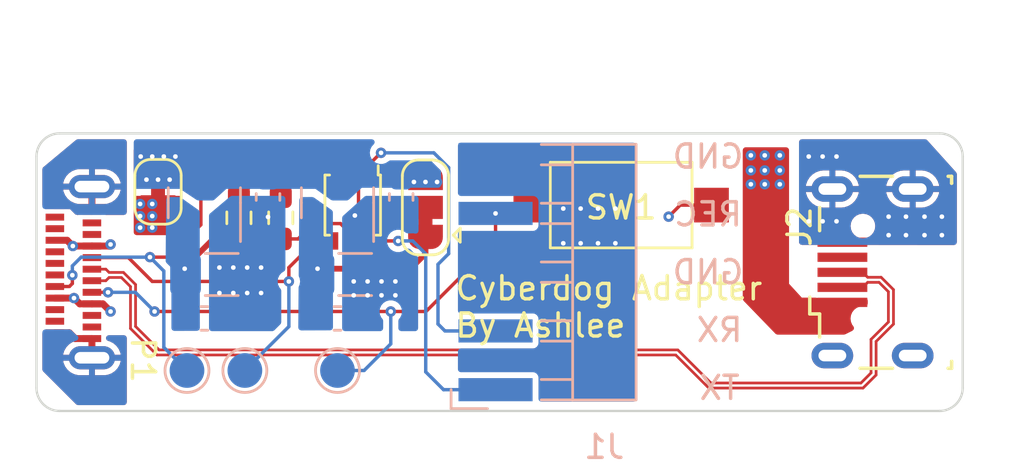
<source format=kicad_pcb>
(kicad_pcb (version 20211014) (generator pcbnew)
  (layers (0 "F.Cu" signal) (1 "In1.Cu" power) (2 "In2.Cu" power) (31 "B.Cu" signal) (34 "B.Paste" user) (35 "F.Paste" user) (36 "B.SilkS" user "B.Silkscreen") (37 "F.SilkS" user "F.Silkscreen") (38 "B.Mask" user) (39 "F.Mask" user) (44 "Edge.Cuts" user))
  (net 0 "")
  (net 1 "/VBUS")
  (net 2 "GND")
  (net 3 "+1V8")
  (net 4 "+3V3")
  (net 5 "/DP")
  (net 6 "/DN")
  (net 7 "/TX_1V8")
  (net 8 "/RX_1V8")
  (net 9 "/TX_3V3")
  (net 10 "/RX_3V3")
  (net 12 "Net-(JP3-Pad2)")
  (net 13 "Net-(R1-Pad1)")
  (net 14 "/CC")
  (net 15 "Net-(JP1-Pad1)")
  (footprint "Button_Switch_SMD:SW_SPST_CK_RS282G05A3" (layer "F.Cu") (at 124.25 89.6)
    (fp_text reference "SW1" (at 0 0.1) (layer "F.SilkS"))
    (fp_text value "SW_Push")
    (fp_line (start 3.06 1.85) (end -3.06 1.85) (layer "F.SilkS") (width 0.12))
    (fp_line (start -3.06 1.85) (end -3.06 -1.85) (layer "F.SilkS") (width 0.12))
    (fp_line (start -3.06 -1.85) (end 3.06 -1.85) (layer "F.SilkS") (width 0.12))
    (fp_line (start 3.06 -1.85) (end 3.06 1.85) (layer "F.SilkS") (width 0.12))
    (pad "1" smd rect locked (at -3.9 0) (size 1.5 1.5) (layers "F.Cu" "F.Paste" "F.Mask") (net 14 "/CC"))
    (pad "2" smd rect locked (at 3.9 0) (size 1.5 1.5) (layers "F.Cu" "F.Paste" "F.Mask") (net 2 "GND"))
  )
  (footprint "Jumper:SolderJumper-3_P1.3mm_Bridged12_RoundedPad1.0x1.5mm" (layer "F.Cu") (at 115.8 89.7 90)
    (fp_text reference "JP3" hide)
    (fp_text value "SolderJumper_2_Open")
    (fp_poly (pts (xy -0.9 -0.3) (xy -0.4 -0.3) (xy -0.4 0.3) (xy -0.9 0.3)) (layer "F.Cu") (width 0) (fill solid))
    (fp_line (start -1.4 -1) (end 1.4 -1) (layer "F.SilkS") (width 0.12))
    (fp_line (start -2.05 0.3) (end -2.05 -0.3) (layer "F.SilkS") (width 0.12))
    (fp_line (start -1.2 1.2) (end -1.5 1.5) (layer "F.SilkS") (width 0.12))
    (fp_line (start 1.4 1) (end -1.4 1) (layer "F.SilkS") (width 0.12))
    (fp_line (start 2.05 -0.3) (end 2.05 0.3) (layer "F.SilkS") (width 0.12))
    (fp_line (start -1.5 1.5) (end -0.9 1.5) (layer "F.SilkS") (width 0.12))
    (fp_line (start -1.2 1.2) (end -0.9 1.5) (layer "F.SilkS") (width 0.12))
    (fp_arc (start -1.35 1) (mid -1.844975 0.794975) (end -2.05 0.3) (layer "F.SilkS") (width 0.12))
    (fp_arc (start -2.05 -0.3) (mid -1.844975 -0.794975) (end -1.35 -1) (layer "F.SilkS") (width 0.12))
    (fp_arc (start 2.05 0.3) (mid 1.844975 0.794975) (end 1.35 1) (layer "F.SilkS") (width 0.12))
    (fp_arc (start 1.35 -1) (mid 1.844975 -0.794975) (end 2.05 -0.3) (layer "F.SilkS") (width 0.12))
    (pad "1" smd custom locked (at -1.3 0 90) (size 1 0.5) (layers "F.Cu" "F.Mask") (net 4 "+3V3") (options (clearance outline) (anchor rect)) (primitives (gr_circle (center 0 0.25) (end 0.5 0.25) (width 0) (fill yes)) (gr_circle (center 0 -0.25) (end 0.5 -0.25) (width 0) (fill yes)) (gr_poly (pts (xy 0.55 0.75) (xy 0 0.75) (xy 0 -0.75) (xy 0.55 -0.75)) (width 0) (fill yes))))
    (pad "2" smd rect locked (at 0 0 90) (size 1 1.5) (layers "F.Cu" "F.Mask") (net 12 "Net-(JP3-Pad2)"))
    (pad "3" smd custom locked (at 1.3 0 90) (size 1 0.5) (layers "F.Cu" "F.Mask") (net 1 "/VBUS") (options (clearance outline) (anchor rect)) (primitives (gr_circle (center 0 0.25) (end 0.5 0.25) (width 0) (fill yes)) (gr_circle (center 0 -0.25) (end 0.5 -0.25) (width 0) (fill yes)) (gr_poly (pts (xy 0 0.75) (xy -0.55 0.75) (xy -0.55 -0.75) (xy 0 -0.75)) (width 0) (fill yes))))
  )
  (footprint "Resistor_SMD:R_0603_1608Metric_Pad0.98x0.95mm_HandSolder" (layer "F.Cu") (at 107.7425 90.15 -90)
    (fp_text reference "R2" hide)
    (fp_text value "20K")
    (fp_line (start -0.254724 -0.5225) (end 0.254724 -0.5225) (layer "F.SilkS") (width 0.12))
    (fp_line (start -0.254724 0.5225) (end 0.254724 0.5225) (layer "F.SilkS") (width 0.12))
    (pad "1" smd roundrect locked (at -0.9125 0 270) (size 0.975 0.95) (layers "F.Cu" "F.Paste" "F.Mask") (net 3 "+1V8"))
    (pad "2" smd roundrect locked (at 0.9125 0 270) (size 0.975 0.95) (layers "F.Cu" "F.Paste" "F.Mask") (net 13 "Net-(R1-Pad1)"))
  )
  (footprint "Resistor_SMD:R_0603_1608Metric_Pad0.98x0.95mm_HandSolder" (layer "F.Cu") (at 109.55 90.15 90)
    (fp_text reference "R1" hide)
    (fp_text value "1M")
    (fp_line (start -0.254724 0.5225) (end 0.254724 0.5225) (layer "F.SilkS") (width 0.12))
    (fp_line (start -0.254724 -0.5225) (end 0.254724 -0.5225) (layer "F.SilkS") (width 0.12))
    (pad "1" smd roundrect locked (at -0.9125 0 90) (size 0.975 0.95) (layers "F.Cu" "F.Paste" "F.Mask") (net 13 "Net-(R1-Pad1)"))
    (pad "2" smd roundrect locked (at 0.9125 0 90) (size 0.975 0.95) (layers "F.Cu" "F.Paste" "F.Mask") (net 2 "GND"))
  )
  (footprint "Library:TYPE-C-31-G-08" (layer "F.Cu") (at 98.995 92.5 -90)
    (fp_text reference "P1" (at 3.8 -4.605 -90 unlocked) (layer "F.SilkS"))
    (fp_text value "USB_C_Plug")
    (pad "A1" smd rect (at 2.87 -2.4 270) (size 0.3 0.8) (layers "F.Cu" "F.Paste" "F.Mask") (net 2 "GND"))
    (pad "A2" smd rect (at 2.37 -2.4 270) (size 0.3 0.8) (layers "F.Cu" "F.Paste" "F.Mask"))
    (pad "A3" smd rect (at 1.87 -2.4 270) (size 0.3 0.8) (layers "F.Cu" "F.Paste" "F.Mask"))
    (pad "A4" smd rect (at 1.37 -2.4 270) (size 0.3 0.8) (layers "F.Cu" "F.Paste" "F.Mask") (net 15 "Net-(JP1-Pad1)"))
    (pad "A5" smd rect (at 0.87 -2.4 270) (size 0.3 0.8) (layers "F.Cu" "F.Paste" "F.Mask") (net 14 "/CC"))
    (pad "A6" smd rect (at 0.37 -2.4 270) (size 0.3 0.8) (layers "F.Cu" "F.Paste" "F.Mask") (net 5 "/DP"))
    (pad "A7" smd rect (at -0.13 -2.4 270) (size 0.3 0.8) (layers "F.Cu" "F.Paste" "F.Mask") (net 6 "/DN"))
    (pad "A8" smd rect (at -0.63 -2.4 270) (size 0.3 0.8) (layers "F.Cu" "F.Paste" "F.Mask") (net 7 "/TX_1V8"))
    (pad "A9" smd rect (at -1.13 -2.4 270) (size 0.3 0.8) (layers "F.Cu" "F.Paste" "F.Mask") (net 15 "Net-(JP1-Pad1)"))
    (pad "A10" smd rect (at -1.63 -2.4 270) (size 0.3 0.8) (layers "F.Cu" "F.Paste" "F.Mask"))
    (pad "A11" smd rect (at -2.13 -2.4 270) (size 0.3 0.8) (layers "F.Cu" "F.Paste" "F.Mask"))
    (pad "A12" smd rect (at -2.63 -2.4 270) (size 0.3 0.8) (layers "F.Cu" "F.Paste" "F.Mask") (net 2 "GND"))
    (pad "B1" smd rect (at -2.88 -0.8 270) (size 0.3 0.8) (layers "F.Cu" "F.Paste" "F.Mask") (net 2 "GND"))
    (pad "B2" smd rect (at -2.38 -0.8 270) (size 0.3 0.8) (layers "F.Cu" "F.Paste" "F.Mask"))
    (pad "B3" smd rect (at -1.88 -0.8 270) (size 0.3 0.8) (layers "F.Cu" "F.Paste" "F.Mask"))
    (pad "B4" smd rect (at -1.38 -0.8 270) (size 0.3 0.8) (layers "F.Cu" "F.Paste" "F.Mask") (net 15 "Net-(JP1-Pad1)"))
    (pad "B5" smd rect (at -0.88 -0.8 270) (size 0.3 0.8) (layers "F.Cu" "F.Paste" "F.Mask"))
    (pad "B6" smd rect (at -0.38 -0.8 270) (size 0.3 0.8) (layers "F.Cu" "F.Paste" "F.Mask"))
    (pad "B7" smd rect (at 0.12 -0.8 270) (size 0.3 0.8) (layers "F.Cu" "F.Paste" "F.Mask"))
    (pad "B8" smd rect (at 0.62 -0.8 270) (size 0.3 0.8) (layers "F.Cu" "F.Paste" "F.Mask") (net 8 "/RX_1V8"))
    (pad "B9" smd rect (at 1.12 -0.8 270) (size 0.3 0.8) (layers "F.Cu" "F.Paste" "F.Mask") (net 15 "Net-(JP1-Pad1)"))
    (pad "B10" smd rect (at 1.62 -0.8 270) (size 0.3 0.8) (layers "F.Cu" "F.Paste" "F.Mask"))
    (pad "B11" smd rect (at 2.12 -0.8 270) (size 0.3 0.8) (layers "F.Cu" "F.Paste" "F.Mask"))
    (pad "B12" smd rect (at 2.62 -0.8 270) (size 0.3 0.8) (layers "F.Cu" "F.Paste" "F.Mask") (net 2 "GND"))
    (pad "S1" thru_hole oval (at -3.7 -2.4 270) (size 1 2) (drill oval 0.5 1.5) (layers *.Cu *.Mask) (net 2 "GND"))
    (pad "S1" thru_hole oval (at 3.7 -2.4 270) (size 1 2) (drill oval 0.5 1.5) (layers *.Cu *.Mask) (net 2 "GND"))
  )
  (footprint "Package_SO:VSSOP-8_2.4x2.1mm_P0.5mm" (layer "F.Cu") (at 112.6575 89.6 -90)
    (fp_text reference "U3" hide)
    (fp_text value "TXB0102DCU")
    (fp_line (start 1.3 1.2) (end 1.3 1) (layer "F.SilkS") (width 0.12))
    (fp_line (start -1.3 -1.1) (end -1.7 -1.1) (layer "F.SilkS") (width 0.12))
    (fp_line (start -1.3 1.2) (end 1.3 1.2) (layer "F.SilkS") (width 0.12))
    (fp_line (start 1.3 -1) (end 1.3 -1.2) (layer "F.SilkS") (width 0.12))
    (fp_line (start -1.3 -1.2) (end -1.3 -1.1) (layer "F.SilkS") (width 0.12))
    (fp_line (start 1.3 -1.2) (end -1.3 -1.2) (layer "F.SilkS") (width 0.12))
    (fp_line (start -1.3 1.2) (end -1.3 1) (layer "F.SilkS") (width 0.12))
    (pad "1" smd rect locked (at -1.55 -0.75 270) (size 0.75 0.25) (layers "F.Cu" "F.Paste" "F.Mask") (net 10 "/RX_3V3"))
    (pad "2" smd rect locked (at -1.55 -0.25 270) (size 0.75 0.25) (layers "F.Cu" "F.Paste" "F.Mask") (net 2 "GND"))
    (pad "3" smd rect locked (at -1.55 0.25 270) (size 0.75 0.25) (layers "F.Cu" "F.Paste" "F.Mask") (net 3 "+1V8"))
    (pad "4" smd rect locked (at -1.55 0.75 270) (size 0.75 0.25) (layers "F.Cu" "F.Paste" "F.Mask") (net 8 "/RX_1V8"))
    (pad "5" smd rect locked (at 1.55 0.75 270) (size 0.75 0.25) (layers "F.Cu" "F.Paste" "F.Mask") (net 7 "/TX_1V8"))
    (pad "6" smd rect locked (at 1.55 0.25 270) (size 0.75 0.25) (layers "F.Cu" "F.Paste" "F.Mask") (net 13 "Net-(R1-Pad1)"))
    (pad "7" smd rect locked (at 1.55 -0.25 270) (size 0.75 0.25) (layers "F.Cu" "F.Paste" "F.Mask") (net 12 "Net-(JP3-Pad2)"))
    (pad "8" smd rect locked (at 1.55 -0.75 270) (size 0.75 0.25) (layers "F.Cu" "F.Paste" "F.Mask") (net 9 "/TX_3V3"))
  )
  (footprint "Jumper:SolderJumper-2_P1.3mm_Bridged_RoundedPad1.0x1.5mm" (layer "F.Cu") (at 104.25 89.025 90)
    (fp_text reference "JP1" hide)
    (fp_text value "SolderJumper_2_Open")
    (fp_poly (pts (xy 0.25 -0.3) (xy -0.25 -0.3) (xy -0.25 0.3) (xy 0.25 0.3)) (layer "F.Cu") (width 0) (fill solid))
    (fp_line (start -1.4 0.3) (end -1.4 -0.3) (layer "F.SilkS") (width 0.12))
    (fp_line (start 0.7 1) (end -0.7 1) (layer "F.SilkS") (width 0.12))
    (fp_line (start 1.4 -0.3) (end 1.4 0.3) (layer "F.SilkS") (width 0.12))
    (fp_line (start -0.7 -1) (end 0.7 -1) (layer "F.SilkS") (width 0.12))
    (fp_arc (start -1.4 -0.3) (mid -1.194975 -0.794975) (end -0.7 -1) (layer "F.SilkS") (width 0.12))
    (fp_arc (start 1.4 0.3) (mid 1.194975 0.794975) (end 0.7 1) (layer "F.SilkS") (width 0.12))
    (fp_arc (start 0.7 -1) (mid 1.194975 -0.794975) (end 1.4 -0.3) (layer "F.SilkS") (width 0.12))
    (fp_arc (start -0.7 1) (mid -1.194975 0.794975) (end -1.4 0.3) (layer "F.SilkS") (width 0.12))
    (pad "1" smd custom locked (at -0.65 0 90) (size 1 0.5) (layers "F.Cu" "F.Mask") (net 15 "Net-(JP1-Pad1)") (options (clearance outline) (anchor rect)) (primitives (gr_circle (center 0 0.25) (end 0.5 0.25) (width 0) (fill yes)) (gr_circle (center 0 -0.25) (end 0.5 -0.25) (width 0) (fill yes)) (gr_poly (pts (xy 0.5 0.75) (xy 0 0.75) (xy 0 -0.75) (xy 0.5 -0.75)) (width 0) (fill yes))))
    (pad "2" smd custom locked (at 0.65 0 90) (size 1 0.5) (layers "F.Cu" "F.Mask") (net 1 "/VBUS") (options (clearance outline) (anchor rect)) (primitives (gr_circle (center 0 0.25) (end 0.5 0.25) (width 0) (fill yes)) (gr_circle (center 0 -0.25) (end 0.5 -0.25) (width 0) (fill yes)) (gr_poly (pts (xy 0 0.75) (xy -0.5 0.75) (xy -0.5 -0.75) (xy 0 -0.75)) (width 0) (fill yes))))
  )
  (footprint "Library:USB_Micro-B_YourCee_7.2_16Pin" (layer "F.Cu") (at 134.69 94.505 90)
    (fp_text reference "J2" (at 3.975 -2.74 90) (layer "F.SilkS"))
    (fp_text value "USB_B_Micro")
    (fp_line (start -2.15 -0.12) (end -2.15 1.28) (layer "F.SilkS") (width 0.15))
    (fp_line (start 5.85 3.83) (end 6.15 3.83) (layer "F.SilkS") (width 0.15))
    (fp_line (start 6.15 3.83) (end 6.15 3.68) (layer "F.SilkS") (width 0.15))
    (fp_line (start 3.8 -1.87) (end 4.8 -1.87) (layer "F.SilkS") (width 0.15))
    (fp_line (start -2.15 3.83) (end -1.85 3.83) (layer "F.SilkS") (width 0.15))
    (fp_line (start 0.925 -2.295) (end 0.2 -2.295) (layer "F.SilkS") (width 0.15))
    (fp_line (start 0.2 -1.87) (end -0.8 -1.87) (layer "F.SilkS") (width 0.15))
    (fp_line (start 5.85 3.83) (end 5.85 3.83) (layer "F.SilkS") (width 0.15))
    (fp_line (start 6.15 1.28) (end 6.15 -0.12) (layer "F.SilkS") (width 0.15))
    (fp_line (start 0.2 -2.295) (end 0.2 -1.87) (layer "F.SilkS") (width 0.15))
    (fp_line (start -2.15 3.68) (end -2.15 3.83) (layer "F.SilkS") (width 0.15))
    (fp_line (start -1.85 3.83) (end -1.85 3.83) (layer "F.SilkS") (width 0.15))
    (pad "" np_thru_hole oval (at 0 0 90) (size 0.55 0.55) (drill 0.55) (layers F&B.Cu *.Mask))
    (pad "" np_thru_hole oval (at 4 0 90) (size 0.55 0.55) (drill 0.55) (layers F&B.Cu *.Mask))
    (pad "1" smd rect (at 0.7 -0.885 90) (size 0.4 2.15) (layers "F.Cu" "F.Paste" "F.Mask") (net 1 "/VBUS"))
    (pad "2" smd rect (at 1.35 -0.885 90) (size 0.4 2.15) (layers "F.Cu" "F.Paste" "F.Mask") (net 6 "/DN"))
    (pad "3" smd rect (at 2 -0.885 90) (size 0.4 2.15) (layers "F.Cu" "F.Paste" "F.Mask") (net 5 "/DP"))
    (pad "4" smd rect (at 2.65 -0.885 90) (size 0.4 2.15) (layers "F.Cu" "F.Paste" "F.Mask"))
    (pad "5" smd rect (at 3.3 -0.885 90) (size 0.4 2.15) (layers "F.Cu" "F.Paste" "F.Mask") (net 2 "GND"))
    (pad "6" thru_hole oval (at 5.6 2.15 90) (size 1.1 1.8) (drill oval 0.5 1.2) (layers *.Cu *.Mask) (net 2 "GND"))
    (pad "6" thru_hole oval (at 5.6 -1.32 90) (size 1.1 1.8) (drill oval 0.5 1.2) (layers *.Cu *.Mask) (net 2 "GND"))
    (pad "6" thru_hole oval (at -1.6 2.15 90) (size 1.1 1.8) (drill oval 0.5 1.2) (layers *.Cu *.Mask) (net 2 "GND"))
    (pad "6" thru_hole oval (at -1.6 -1.32 90) (size 1.1 1.8) (drill oval 0.5 1.2) (layers *.Cu *.Mask) (net 2 "GND"))
  )
  (footprint "Package_TO_SOT_SMD:SOT-23" (layer "B.Cu") (at 112 89.5 90)
    (fp_text reference "U2" hide)
    (fp_text value "XC6206PxxxMR")
    (fp_line (start 0 1.56) (end 0.65 1.56) (layer "B.SilkS") (width 0.12))
    (fp_line (start 0 -1.56) (end -0.65 -1.56) (layer "B.SilkS") (width 0.12))
    (fp_line (start 0 1.56) (end -1.675 1.56) (layer "B.SilkS") (width 0.12))
    (fp_line (start 0 -1.56) (end 0.65 -1.56) (layer "B.SilkS") (width 0.12))
    (pad "1" smd roundrect locked (at -0.9375 0.95 90) (size 1.475 0.6) (layers "B.Cu" "B.Paste" "B.Mask") (net 2 "GND"))
    (pad "2" smd roundrect locked (at -0.9375 -0.95 90) (size 1.475 0.6) (layers "B.Cu" "B.Paste" "B.Mask") (net 4 "+3V3"))
    (pad "3" smd roundrect locked (at 0.9375 0 90) (size 1.475 0.6) (layers "B.Cu" "B.Paste" "B.Mask") (net 1 "/VBUS"))
  )
  (footprint "TestPoint:TestPoint_Pad_D1.5mm" (layer "B.Cu") (at 105.5 96.75 180)
    (fp_text reference "TP2" hide)
    (fp_text value "TestPoint")
    (fp_circle (center 0 0) (end 0 -0.95) (layer "B.SilkS") (width 0.12) (fill none))
    (pad "1" smd circle locked (at 0 0 180) (size 1.5 1.5) (layers "B.Cu" "B.Mask") (net 8 "/RX_1V8"))
  )
  (footprint "Package_TO_SOT_SMD:SOT-23" (layer "B.Cu") (at 106.25 89.5 90)
    (fp_text reference "U1" hide)
    (fp_text value "XC6206PxxxMR")
    (fp_line (start 0 -1.56) (end 0.65 -1.56) (layer "B.SilkS") (width 0.12))
    (fp_line (start 0 1.56) (end -1.675 1.56) (layer "B.SilkS") (width 0.12))
    (fp_line (start 0 -1.56) (end -0.65 -1.56) (layer "B.SilkS") (width 0.12))
    (fp_line (start 0 1.56) (end 0.65 1.56) (layer "B.SilkS") (width 0.12))
    (pad "1" smd roundrect locked (at -0.9375 0.95 90) (size 1.475 0.6) (layers "B.Cu" "B.Paste" "B.Mask") (net 2 "GND"))
    (pad "2" smd roundrect locked (at -0.9375 -0.95 90) (size 1.475 0.6) (layers "B.Cu" "B.Paste" "B.Mask") (net 3 "+1V8"))
    (pad "3" smd roundrect locked (at 0.9375 0 90) (size 1.475 0.6) (layers "B.Cu" "B.Paste" "B.Mask") (net 1 "/VBUS"))
  )
  (footprint "Capacitor_SMD:C_0603_1608Metric_Pad1.08x0.95mm_HandSolder" (layer "B.Cu") (at 112 94.5)
    (fp_text reference "C6" hide)
    (fp_text value "100nF")
    (fp_line (start -0.146267 -0.51) (end 0.146267 -0.51) (layer "B.SilkS") (width 0.12))
    (fp_line (start -0.146267 0.51) (end 0.146267 0.51) (layer "B.SilkS") (width 0.12))
    (pad "1" smd roundrect locked (at -0.8625 0) (size 1.075 0.95) (layers "B.Cu" "B.Paste" "B.Mask") (net 4 "+3V3"))
    (pad "2" smd roundrect locked (at 0.8625 0) (size 1.075 0.95) (layers "B.Cu" "B.Paste" "B.Mask") (net 2 "GND"))
  )
  (footprint "TestPoint:TestPoint_Pad_D1.5mm" (layer "B.Cu") (at 108 96.75 180)
    (fp_text reference "TP1" hide)
    (fp_text value "TestPoint")
    (fp_circle (center 0 0) (end 0 -0.95) (layer "B.SilkS") (width 0.12) (fill none))
    (pad "1" smd circle locked (at 0 0 180) (size 1.5 1.5) (layers "B.Cu" "B.Mask") (net 7 "/TX_1V8"))
  )
  (footprint "Capacitor_SMD:C_0603_1608Metric_Pad1.08x0.95mm_HandSolder" (layer "B.Cu") (at 109 89.25 -90)
    (fp_text reference "C1" hide)
    (fp_text value "100nF")
    (fp_line (start -0.146267 -0.51) (end 0.146267 -0.51) (layer "B.SilkS") (width 0.12))
    (fp_line (start -0.146267 0.51) (end 0.146267 0.51) (layer "B.SilkS") (width 0.12))
    (pad "1" smd roundrect locked (at -0.8625 0 270) (size 1.075 0.95) (layers "B.Cu" "B.Paste" "B.Mask") (net 1 "/VBUS"))
    (pad "2" smd roundrect locked (at 0.8625 0 270) (size 1.075 0.95) (layers "B.Cu" "B.Paste" "B.Mask") (net 2 "GND"))
  )
  (footprint "TestPoint:TestPoint_Pad_D1.5mm" (layer "B.Cu") (at 112 96.75 180)
    (fp_text reference "TP3" hide)
    (fp_text value "TestPoint")
    (fp_circle (center 0 0) (end 0 -0.95) (layer "B.SilkS") (width 0.12) (fill none))
    (pad "1" smd circle locked (at 0 0 180) (size 1.5 1.5) (layers "B.Cu" "B.Mask") (net 14 "/CC"))
  )
  (footprint "Capacitor_SMD:C_0603_1608Metric_Pad1.08x0.95mm_HandSolder" (layer "B.Cu") (at 106.25 94.5)
    (fp_text reference "C3" hide)
    (fp_text value "100nF")
    (fp_line (start -0.146267 -0.51) (end 0.146267 -0.51) (layer "B.SilkS") (width 0.12))
    (fp_line (start -0.146267 0.51) (end 0.146267 0.51) (layer "B.SilkS") (width 0.12))
    (pad "1" smd roundrect locked (at -0.8625 0) (size 1.075 0.95) (layers "B.Cu" "B.Paste" "B.Mask") (net 3 "+1V8"))
    (pad "2" smd roundrect locked (at 0.8625 0) (size 1.075 0.95) (layers "B.Cu" "B.Paste" "B.Mask") (net 2 "GND"))
  )
  (footprint "Capacitor_SMD:C_1206_3216Metric_Pad1.33x1.80mm_HandSolder" (layer "B.Cu") (at 112.7625 92.6)
    (fp_text reference "C5" hide)
    (fp_text value "1uF")
    (fp_line (start -0.711252 -0.91) (end 0.711252 -0.91) (layer "B.SilkS") (width 0.12))
    (fp_line (start -0.711252 0.91) (end 0.711252 0.91) (layer "B.SilkS") (width 0.12))
    (pad "1" smd roundrect locked (at -1.5625 0) (size 1.325 1.8) (layers "B.Cu" "B.Paste" "B.Mask") (roundrect_rratio 0.1886792453) (net 4 "+3V3"))
    (pad "2" smd roundrect locked (at 1.5625 0) (size 1.325 1.8) (layers "B.Cu" "B.Paste" "B.Mask") (roundrect_rratio 0.1886792453) (net 2 "GND"))
  )
  (footprint "Capacitor_SMD:C_1206_3216Metric_Pad1.33x1.80mm_HandSolder" (layer "B.Cu") (at 107 92.6)
    (fp_text reference "C2" hide)
    (fp_text value "1uF")
    (fp_line (start -0.711252 -0.91) (end 0.711252 -0.91) (layer "B.SilkS") (width 0.12))
    (fp_line (start -0.711252 0.91) (end 0.711252 0.91) (layer "B.SilkS") (width 0.12))
    (pad "1" smd roundrect locked (at -1.5625 0) (size 1.325 1.8) (layers "B.Cu" "B.Paste" "B.Mask") (roundrect_rratio 0.1886792453) (net 3 "+1V8"))
    (pad "2" smd roundrect locked (at 1.5625 0) (size 1.325 1.8) (layers "B.Cu" "B.Paste" "B.Mask") (roundrect_rratio 0.1886792453) (net 2 "GND"))
  )
  (footprint "Library:Harwin_M20-89005xx_1x05_P2.54mm_Horizontal" (layer "B.Cu") (at 124 92.5)
    (fp_text reference "J1" (at -0.48 7.55 180) (layer "B.SilkS") (effects (justify mirror)))
    (fp_text value "Conn_01x05")
    (fp_line (start -3.2 5.52) (end -1.845 5.52) (layer "B.SilkS") (width 0.12))
    (fp_line (start -7.095 5.9) (end -5.525 5.9) (layer "B.SilkS") (width 0.12))
    (fp_line (start -3.2 -2.98) (end -1.845 -2.98) (layer "B.SilkS") (width 0.12))
    (fp_line (start -3.2 -4.64) (end -1.845 -4.64) (layer "B.SilkS") (width 0.12))
    (fp_line (start -3.2 0.44) (end -1.845 0.44) (layer "B.SilkS") (width 0.12))
    (fp_line (start -7.095 5.08) (end -7.095 5.9) (layer "B.SilkS") (width 0.12))
    (fp_line (start -3.2 -2.1) (end -1.845 -2.1) (layer "B.SilkS") (width 0.12))
    (fp_line (start -3.2 -5.52) (end -1.845 -5.52) (layer "B.SilkS") (width 0.12))
    (fp_line (start -3.2 -0.44) (end -1.845 -0.44) (layer "B.SilkS") (width 0.12))
    (fp_line (start -1.845 -5.52) (end -1.845 5.52) (layer "B.SilkS") (width 0.12))
    (fp_line (start 0.895 5.52) (end 0.895 -5.525) (layer "B.SilkS") (width 0.12))
    (fp_line (start 0.895 -5.525) (end -1.845 -5.525) (layer "B.SilkS") (width 0.12))
    (fp_line (start -1.87 5.525) (end 0.87 5.525) (layer "B.SilkS") (width 0.12))
    (fp_line (start -3.2 2.98) (end -1.845 2.98) (layer "B.SilkS") (width 0.12))
    (fp_line (start -3.2 2.1) (end -1.845 2.1) (layer "B.SilkS") (width 0.12))
    (fp_line (start -3.2 4.64) (end -1.845 4.64) (layer "B.SilkS") (width 0.12))
    (pad "1" smd rect (at -5.175 5.08) (size 3.2 1) (layers "B.Cu" "B.Paste" "B.Mask") (net 9 "/TX_3V3"))
    (pad "2" smd rect (at -5.175 2.54) (size 3.2 1) (layers "B.Cu" "B.Paste" "B.Mask") (net 10 "/RX_3V3"))
    (pad "3" smd rect (at -5.175 0) (size 3.2 1) (layers "B.Cu" "B.Paste" "B.Mask") (net 2 "GND"))
    (pad "4" smd rect (at -5.175 -2.54) (size 3.2 1) (layers "B.Cu" "B.Paste" "B.Mask") (net 14 "/CC"))
    (pad "5" smd rect (at -5.175 -5.08) (size 3.2 1) (layers "B.Cu" "B.Paste" "B.Mask") (net 2 "GND"))
  )
  (footprint "Capacitor_SMD:C_0603_1608Metric_Pad1.08x0.95mm_HandSolder" (layer "B.Cu") (at 114.75 89.25 -90)
    (fp_text reference "C4" hide)
    (fp_text value "100nF")
    (fp_line (start -0.146267 0.51) (end 0.146267 0.51) (layer "B.SilkS") (width 0.12))
    (fp_line (start -0.146267 -0.51) (end 0.146267 -0.51) (layer "B.SilkS") (width 0.12))
    (pad "1" smd roundrect locked (at -0.8625 0 270) (size 1.075 0.95) (layers "B.Cu" "B.Paste" "B.Mask") (net 1 "/VBUS"))
    (pad "2" smd roundrect locked (at 0.8625 0 270) (size 1.075 0.95) (layers "B.Cu" "B.Paste" "B.Mask") (net 2 "GND"))
  )
  (gr_line (start 100 98.5) (end 138 98.5) (layer "Edge.Cuts") (width 0.1))
  (gr_line (start 99 87.5) (end 99 97.5) (layer "Edge.Cuts") (width 0.1))
  (gr_line (start 139 97.5) (end 139 87.5) (layer "Edge.Cuts") (width 0.1))
  (gr_arc (start 138 86.5) (mid 138.707107 86.792893) (end 139 87.5) (layer "Edge.Cuts") (width 0.1))
  (gr_arc (start 99 87.5) (mid 99.292893 86.792893) (end 100 86.5) (layer "Edge.Cuts") (width 0.1))
  (gr_line (start 138 86.5) (end 100 86.5) (layer "Edge.Cuts") (width 0.1))
  (gr_arc (start 100 98.5) (mid 99.292893 98.207107) (end 99 97.5) (layer "Edge.Cuts") (width 0.1))
  (gr_arc (start 138.999999 97.499999) (mid 138.707106 98.207106) (end 137.999999 98.499999) (layer "Edge.Cuts") (width 0.1))
  (gr_text "TX" (at 128.5 97.5) (layer "B.SilkS") (effects (font (size 1 1)) (justify mirror)))
  (gr_text "GND" (at 128 87.5) (layer "B.SilkS") (effects (font (size 1 1)) (justify mirror)))
  (gr_text "RX" (at 128.5 95) (layer "B.SilkS") (effects (font (size 1 1)) (justify mirror)))
  (gr_text "GND" (at 128 92.5) (layer "B.SilkS") (effects (font (size 1 1)) (justify mirror)))
  (gr_text "REC" (at 128 90) (layer "B.SilkS") (effects (font (size 1 1)) (justify mirror)))
  (gr_text "Cyberdog Adapter\nBy Ashlee" (at 117 94) (layer "F.SilkS") (effects (font (size 1 1)) (justify left)))
  (via (at 116.3 88.6) (size 0.45) (drill 0.2) (layers "F.Cu" "B.Cu") (net 1))
  (via (at 129.85 88.1) (size 0.45) (drill 0.2) (layers "F.Cu" "B.Cu") (net 1))
  (via (at 103.5 87.5) (size 0.45) (drill 0.2) (layers "F.Cu" "B.Cu") (net 1))
  (via (at 115.3 88.6) (size 0.45) (drill 0.2) (layers "F.Cu" "B.Cu") (net 1))
  (via (at 131.1 88.7) (size 0.45) (drill 0.2) (layers "F.Cu" "B.Cu") (net 1))
  (via (at 130.45 88.7) (size 0.45) (drill 0.2) (layers "F.Cu" "B.Cu") (net 1))
  (via (at 131.1 87.45) (size 0.45) (drill 0.2) (layers "F.Cu" "B.Cu") (net 1))
  (via (at 129.85 88.7) (size 0.45) (drill 0.2) (layers "F.Cu" "B.Cu") (net 1))
  (via (at 104.25 88.5) (size 0.45) (drill 0.2) (layers "F.Cu" "B.Cu") (net 1))
  (via (at 104.75 88.5) (size 0.45) (drill 0.2) (layers "F.Cu" "B.Cu") (net 1))
  (via (at 129.85 87.45) (size 0.45) (drill 0.2) (layers "F.Cu" "B.Cu") (net 1))
  (via (at 115.8 88.6) (size 0.45) (drill 0.2) (layers "F.Cu" "B.Cu") (net 1))
  (via (at 103.75 88.5) (size 0.45) (drill 0.2) (layers "F.Cu" "B.Cu") (net 1))
  (via (at 131.1 88.1) (size 0.45) (drill 0.2) (layers "F.Cu" "B.Cu") (net 1))
  (via (at 105 87.5) (size 0.45) (drill 0.2) (layers "F.Cu" "B.Cu") (net 1))
  (via (at 130.45 87.45) (size 0.45) (drill 0.2) (layers "F.Cu" "B.Cu") (net 1))
  (via (at 130.45 88.1) (size 0.45) (drill 0.2) (layers "F.Cu" "B.Cu") (net 1))
  (via (at 104 87.5) (size 0.45) (drill 0.2) (layers "F.Cu" "B.Cu") (net 1))
  (via (at 104.5 87.5) (size 0.45) (drill 0.2) (layers "F.Cu" "B.Cu") (net 1))
  (segment (start 99.795 95.12) (end 100.42 95.12) (width 0.3) (layer "F.Cu") (net 2))
  (segment (start 101.395 89.87) (end 101.395 88.8) (width 0.3) (layer "F.Cu") (net 2))
  (segment (start 101.395 95.37) (end 101.395 96.2) (width 0.3) (layer "F.Cu") (net 2))
  (segment (start 100.77 89.87) (end 100.52 89.62) (width 0.3) (layer "F.Cu") (net 2))
  (segment (start 100.42 95.12) (end 100.67 95.37) (width 0.3) (layer "F.Cu") (net 2))
  (segment (start 112.9075 89.8925) (end 112.9075 88.05) (width 0.146812) (layer "F.Cu") (net 2))
  (segment (start 100.52 89.62) (end 99.795 89.62) (width 0.3) (layer "F.Cu") (net 2))
  (segment (start 126.8 89.6) (end 126.3 90.1) (width 0.146812) (layer "F.Cu") (net 2))
  (segment (start 128.15 89.6) (end 126.8 89.6) (width 0.146812) (layer "F.Cu") (net 2))
  (segment (start 109 89.7875) (end 109 90.1125) (width 0.146812) (layer "F.Cu") (net 2))
  (segment (start 101.395 89.87) (end 100.77 89.87) (width 0.3) (layer "F.Cu") (net 2))
  (segment (start 100.67 95.37) (end 101.395 95.37) (width 0.3) (layer "F.Cu") (net 2))
  (segment (start 112.75 90.05) (end 112.9075 89.8925) (width 0.146812) (layer "F.Cu") (net 2))
  (segment (start 109.55 89.2375) (end 109 89.7875) (width 0.146812) (layer "F.Cu") (net 2))
  (via (at 132.95 87.5) (size 0.45) (drill 0.2) (layers "F.Cu" "B.Cu") (net 2))
  (via (at 133.55 87.5) (size 0.45) (drill 0.2) (layers "F.Cu" "B.Cu") (net 2))
  (via (at 109 90.1125) (size 0.45) (drill 0.2) (layers "F.Cu" "B.Cu") (net 2))
  (via (at 107.5 93.4) (size 0.45) (drill 0.2) (layers "F.Cu" "B.Cu") (net 2))
  (via (at 121.75 89.75) (size 0.45) (drill 0.2) (layers "F.Cu" "B.Cu") (net 2))
  (via (at 114.5 93.5) (size 0.45) (drill 0.2) (layers "F.Cu" "B.Cu") (net 2))
  (via (at 132.35 87.5) (size 0.45) (drill 0.2) (layers "F.Cu" "B.Cu") (net 2))
  (via (at 113.9 93.5) (size 0.45) (drill 0.2) (layers "F.Cu" "B.Cu") (net 2))
  (via (at 112.75 90.05) (size 0.45) (drill 0.2) (layers "F.Cu" "B.Cu") (net 2))
  (via (at 138.1 90.1) (size 0.45) (drill 0.2) (layers "F.Cu" "B.Cu") (net 2))
  (via (at 126.3 90.1) (size 0.45) (drill 0.2) (layers "F.Cu" "B.Cu") (net 2))
  (via (at 113.3 92.9) (size 0.45) (drill 0.2) (layers "F.Cu" "B.Cu") (net 2))
  (via (at 108.1 92.3) (size 0.45) (drill 0.2) (layers "F.Cu" "B.Cu") (net 2))
  (via (at 123.25 91.25) (size 0.45) (drill 0.2) (layers "F.Cu" "B.Cu") (net 2))
  (via (at 106.9 93.4) (size 0.45) (drill 0.2) (layers "F.Cu" "B.Cu") (net 2))
  (via (at 135.8 90.1) (size 0.45) (drill 0.2) (layers "F.Cu" "B.Cu") (net 2))
  (via (at 113.9 92.9) (size 0.45) (drill 0.2) (layers "F.Cu" "B.Cu") (net 2))
  (via (at 108.7 92.3) (size 0.45) (drill 0.2) (layers "F.Cu" "B.Cu") (net 2))
  (via (at 108.1 93.4) (size 0.45) (drill 0.2) (layers "F.Cu" "B.Cu") (net 2))
  (via (at 122.5 89.75) (size 0.45) (drill 0.2) (layers "F.Cu" "B.Cu") (net 2))
  (via (at 114.5 92.9) (size 0.45) (drill 0.2) (layers "F.Cu" "B.Cu") (net 2))
  (via (at 108.7 93.4) (size 0.45) (drill 0.2) (layers "F.Cu" "B.Cu") (net 2))
  (via (at 137.35 90.9) (size 0.45) (drill 0.2) (layers "F.Cu" "B.Cu") (net 2))
  (via (at 123.25 89.75) (size 0.45) (drill 0.2) (layers "F.Cu" "B.Cu") (net 2))
  (via (at 136.55 90.1) (size 0.45) (drill 0.2) (layers "F.Cu" "B.Cu") (net 2))
  (via (at 106.9 92.3) (size 0.45) (drill 0.2) (layers "F.Cu" "B.Cu") (net 2))
  (via (at 135.8 90.9) (size 0.45) (drill 0.2) (layers "F.Cu" "B.Cu") (net 2))
  (via (at 113.3 93.5) (size 0.45) (drill 0.2) (layers "F.Cu" "B.Cu") (net 2))
  (via (at 133.55 90.3) (size 0.45) (drill 0.2) (layers "F.Cu" "B.Cu") (net 2))
  (via (at 124 89.75) (size 0.45) (drill 0.2) (layers "F.Cu" "B.Cu") (net 2))
  (via (at 112.7 92.9) (size 0.45) (drill 0.2) (layers "F.Cu" "B.Cu") (net 2))
  (via (at 132.35 90.3) (size 0.45) (drill 0.2) (layers "F.Cu" "B.Cu") (net 2))
  (via (at 121.75 91.25) (size 0.45) (drill 0.2) (layers "F.Cu" "B.Cu") (net 2))
  (via (at 122.5 91.25) (size 0.45) (drill 0.2) (layers "F.Cu" "B.Cu") (net 2))
  (via (at 132.95 90.3) (size 0.45) (drill 0.2) (layers "F.Cu" "B.Cu") (net 2))
  (via (at 138.1 90.9) (size 0.45) (drill 0.2) (layers "F.Cu" "B.Cu") (net 2))
  (via (at 137.35 90.1) (size 0.45) (drill 0.2) (layers "F.Cu" "B.Cu") (net 2))
  (via (at 136.55 90.9) (size 0.45) (drill 0.2) (layers "F.Cu" "B.Cu") (net 2))
  (via (at 112.7 93.5) (size 0.45) (drill 0.2) (layers "F.Cu" "B.Cu") (net 2))
  (via (at 124 91.25) (size 0.45) (drill 0.2) (layers "F.Cu" "B.Cu") (net 2))
  (via (at 107.5 92.3) (size 0.45) (drill 0.2) (layers "F.Cu" "B.Cu") (net 2))
  (segment (start 105.4 92.35) (end 105.4 92.3) (width 0.25) (layer "F.Cu") (net 3))
  (segment (start 106.7 90.28) (end 107.7425 89.2375) (width 0.25) (layer "F.Cu") (net 3))
  (segment (start 107.7425 89.2075) (end 108.7 88.25) (width 0.25) (layer "F.Cu") (net 3))
  (segment (start 105.4 92.3) (end 106.7 91) (width 0.25) (layer "F.Cu") (net 3))
  (segment (start 106.7 91) (end 106.7 90.28) (width 0.25) (layer "F.Cu") (net 3))
  (segment (start 108.7 88.25) (end 110.65 88.25) (width 0.25) (layer "F.Cu") (net 3))
  (segment (start 112.4075 88.5425) (end 112.4075 88.05) (width 0.25) (layer "F.Cu") (net 3))
  (segment (start 112.15 88.8) (end 112.4075 88.5425) (width 0.25) (layer "F.Cu") (net 3))
  (segment (start 111.2 88.8) (end 112.15 88.8) (width 0.25) (layer "F.Cu") (net 3))
  (segment (start 110.65 88.25) (end 111.2 88.8) (width 0.25) (layer "F.Cu") (net 3))
  (via (at 105.4 92.35) (size 0.45) (drill 0.2) (layers "F.Cu" "B.Cu") (net 3))
  (segment (start 115.8 91.7) (end 115.15 92.35) (width 0.25) (layer "F.Cu") (net 4))
  (segment (start 115.15 92.35) (end 111.1375 92.35) (width 0.25) (layer "F.Cu") (net 4))
  (segment (start 115.8 91) (end 115.8 91.7) (width 0.25) (layer "F.Cu") (net 4))
  (via (at 111.1375 92.35) (size 0.45) (drill 0.2) (layers "F.Cu" "B.Cu") (net 4))
  (segment (start 136.009474 94.745346) (end 135.259474 95.495346) (width 0.117348) (layer "F.Cu") (net 5))
  (segment (start 134.895526 92.720526) (end 135.475346 92.720526) (width 0.117348) (layer "F.Cu") (net 5))
  (segment (start 135.259474 96.945346) (end 134.695346 97.509474) (width 0.117348) (layer "F.Cu") (net 5))
  (segment (start 135.475346 92.720526) (end 136.009474 93.254654) (width 0.117348) (layer "F.Cu") (net 5))
  (segment (start 128.034654 97.509474) (end 126.604654 96.079474) (width 0.117348) (layer "F.Cu") (net 5))
  (segment (start 101.995001 92.87) (end 101.395 92.87) (width 0.117348) (layer "F.Cu") (net 5))
  (segment (start 102.135527 92.729474) (end 101.995001 92.87) (width 0.117348) (layer "F.Cu") (net 5))
  (segment (start 136.009474 93.254654) (end 136.009474 94.745346) (width 0.117348) (layer "F.Cu") (net 5))
  (segment (start 135.259474 95.495346) (end 135.259474 96.945346) (width 0.117348) (layer "F.Cu") (net 5))
  (segment (start 103.060526 94.935346) (end 103.060526 93.125346) (width 0.117348) (layer "F.Cu") (net 5))
  (segment (start 104.204654 96.079474) (end 103.060526 94.935346) (width 0.117348) (layer "F.Cu") (net 5))
  (segment (start 134.68 92.505) (end 134.895526 92.720526) (width 0.117348) (layer "F.Cu") (net 5))
  (segment (start 126.604654 96.079474) (end 104.204654 96.079474) (width 0.117348) (layer "F.Cu") (net 5))
  (segment (start 134.695346 97.509474) (end 128.034654 97.509474) (width 0.117348) (layer "F.Cu") (net 5))
  (segment (start 103.060526 93.125346) (end 102.664654 92.729474) (width 0.117348) (layer "F.Cu") (net 5))
  (segment (start 102.664654 92.729474) (end 102.135527 92.729474) (width 0.117348) (layer "F.Cu") (net 5))
  (segment (start 135.790526 94.654654) (end 135.040526 95.404654) (width 0.117348) (layer "F.Cu") (net 6))
  (segment (start 134.68 93.155) (end 134.895526 92.939474) (width 0.117348) (layer "F.Cu") (net 6))
  (segment (start 135.040526 96.854654) (end 134.604654 97.290526) (width 0.117348) (layer "F.Cu") (net 6))
  (segment (start 135.040526 95.404654) (end 135.040526 96.854654) (width 0.117348) (layer "F.Cu") (net 6))
  (segment (start 135.790526 93.345346) (end 135.790526 94.654654) (width 0.117348) (layer "F.Cu") (net 6))
  (segment (start 134.895526 92.939474) (end 135.384654 92.939474) (width 0.117348) (layer "F.Cu") (net 6))
  (segment (start 102.755346 92.510526) (end 102.135527 92.510526) (width 0.117348) (layer "F.Cu") (net 6))
  (segment (start 126.695346 95.860526) (end 104.295346 95.860526) (width 0.117348) (layer "F.Cu") (net 6))
  (segment (start 128.125346 97.290526) (end 126.695346 95.860526) (width 0.117348) (layer "F.Cu") (net 6))
  (segment (start 134.604654 97.290526) (end 128.125346 97.290526) (width 0.117348) (layer "F.Cu") (net 6))
  (segment (start 135.384654 92.939474) (end 135.790526 93.345346) (width 0.117348) (layer "F.Cu") (net 6))
  (segment (start 102.135527 92.510526) (end 101.995001 92.37) (width 0.117348) (layer "F.Cu") (net 6))
  (segment (start 101.995001 92.37) (end 101.395 92.37) (width 0.117348) (layer "F.Cu") (net 6))
  (segment (start 103.279474 93.034654) (end 102.755346 92.510526) (width 0.117348) (layer "F.Cu") (net 6))
  (segment (start 104.295346 95.860526) (end 103.279474 94.844654) (width 0.117348) (layer "F.Cu") (net 6))
  (segment (start 103.279474 94.844654) (end 103.279474 93.034654) (width 0.117348) (layer "F.Cu") (net 6))
  (segment (start 102.97 91.87) (end 101.395 91.87) (width 0.146812) (layer "F.Cu") (net 7))
  (segment (start 111.05 91.15) (end 111.9075 91.15) (width 0.146812) (layer "F.Cu") (net 7))
  (segment (start 109.9 92.9) (end 109.9 92.3) (width 0.146812) (layer "F.Cu") (net 7))
  (segment (start 109.9 92.3) (end 111.05 91.15) (width 0.146812) (layer "F.Cu") (net 7))
  (segment (start 109.9 92.9) (end 104 92.9) (width 0.146812) (layer "F.Cu") (net 7))
  (segment (start 104 92.9) (end 102.97 91.87) (width 0.146812) (layer "F.Cu") (net 7))
  (via (at 109.9 92.9) (size 0.45) (drill 0.2) (layers "F.Cu" "B.Cu") (net 7))
  (segment (start 109.9 92.9) (end 109.9 94.85) (width 0.146812) (layer "B.Cu") (net 7))
  (segment (start 109.9 94.85) (end 108 96.75) (width 0.146812) (layer "B.Cu") (net 7))
  (segment (start 100.55 92.63) (end 100.55 92.99) (width 0.146812) (layer "F.Cu") (net 8))
  (segment (start 111.6 87.5) (end 111.9075 87.8075) (width 0.146812) (layer "F.Cu") (net 8))
  (segment (start 107.25 87.5) (end 111.6 87.5) (width 0.146812) (layer "F.Cu") (net 8))
  (segment (start 100.42 93.12) (end 99.795 93.12) (width 0.146812) (layer "F.Cu") (net 8))
  (segment (start 106.1 88.65) (end 107.25 87.5) (width 0.146812) (layer "F.Cu") (net 8))
  (segment (start 100.55 92.99) (end 100.42 93.12) (width 0.146812) (layer "F.Cu") (net 8))
  (segment (start 103.9 91.85) (end 104.7 91.85) (width 0.146812) (layer "F.Cu") (net 8))
  (segment (start 104.7 91.85) (end 106.1 90.45) (width 0.146812) (layer "F.Cu") (net 8))
  (segment (start 106.1 90.45) (end 106.1 88.65) (width 0.146812) (layer "F.Cu") (net 8))
  (via (at 100.55 92.63) (size 0.45) (drill 0.2) (layers "F.Cu" "B.Cu") (net 8))
  (via (at 103.9 91.85) (size 0.45) (drill 0.2) (layers "F.Cu" "B.Cu") (net 8))
  (segment (start 100.55 92.23) (end 100.93 91.85) (width 0.146812) (layer "B.Cu") (net 8))
  (segment (start 100.55 92.63) (end 100.55 92.23) (width 0.146812) (layer "B.Cu") (net 8))
  (segment (start 104.5 95.75) (end 105.5 96.75) (width 0.146812) (layer "B.Cu") (net 8))
  (segment (start 100.93 91.85) (end 103.9 91.85) (width 0.146812) (layer "B.Cu") (net 8))
  (segment (start 104.5 92.45) (end 104.5 95.75) (width 0.146812) (layer "B.Cu") (net 8))
  (segment (start 103.9 91.85) (end 104.5 92.45) (width 0.146812) (layer "B.Cu") (net 8))
  (segment (start 114.62 91.15) (end 113.4075 91.15) (width 0.146812) (layer "F.Cu") (net 9))
  (via (at 114.62 91.15) (size 0.45) (drill 0.2) (layers "F.Cu" "B.Cu") (net 9))
  (segment (start 115.81 96.81) (end 116.58 97.58) (width 0.146812) (layer "B.Cu") (net 9))
  (segment (start 115.25 91.15) (end 115.81 91.71) (width 0.146812) (layer "B.Cu") (net 9))
  (segment (start 116.58 97.58) (end 118.825 97.58) (width 0.146812) (layer "B.Cu") (net 9))
  (segment (start 114.62 91.15) (end 115.25 91.15) (width 0.146812) (layer "B.Cu") (net 9))
  (segment (start 115.81 91.71) (end 115.81 96.81) (width 0.146812) (layer "B.Cu") (net 9))
  (segment (start 113.87 87.34) (end 113.4075 87.8025) (width 0.146812) (layer "F.Cu") (net 10))
  (segment (start 113.88 87.34) (end 113.87 87.34) (width 0.146812) (layer "F.Cu") (net 10))
  (via (at 113.88 87.34) (size 0.45) (drill 0.2) (layers "F.Cu" "B.Cu") (net 10))
  (segment (start 116.34 92.16) (end 116.34 94.74) (width 0.146812) (layer "B.Cu") (net 10))
  (segment (start 113.88 87.34) (end 116.16 87.34) (width 0.146812) (layer "B.Cu") (net 10))
  (segment (start 116.8 91.7) (end 116.34 92.16) (width 0.146812) (layer "B.Cu") (net 10))
  (segment (start 116.16 87.34) (end 116.8 87.98) (width 0.146812) (layer "B.Cu") (net 10))
  (segment (start 116.8 87.98) (end 116.8 91.7) (width 0.146812) (layer "B.Cu") (net 10))
  (segment (start 116.64 95.04) (end 118.825 95.04) (width 0.146812) (layer "B.Cu") (net 10))
  (segment (start 116.34 94.74) (end 116.64 95.04) (width 0.146812) (layer "B.Cu") (net 10))
  (segment (start 115.8575 89.7) (end 113.85 89.7) (width 0.25) (layer "F.Cu") (net 12))
  (segment (start 112.9075 90.6425) (end 112.9075 91.15) (width 0.25) (layer "F.Cu") (net 12))
  (segment (start 113.85 89.7) (end 112.9075 90.6425) (width 0.25) (layer "F.Cu") (net 12))
  (segment (start 112.13 90.4) (end 112.4075 90.6775) (width 0.146812) (layer "F.Cu") (net 13))
  (segment (start 109.55 91.0625) (end 110.2975 91.0625) (width 0.146812) (layer "F.Cu") (net 13))
  (segment (start 110.2975 91.0625) (end 110.96 90.4) (width 0.146812) (layer "F.Cu") (net 13))
  (segment (start 107.7425 91.0625) (end 109.55 91.0625) (width 0.146812) (layer "F.Cu") (net 13))
  (segment (start 110.96 90.4) (end 112.13 90.4) (width 0.146812) (layer "F.Cu") (net 13))
  (segment (start 112.4075 90.6775) (end 112.4075 91.15) (width 0.146812) (layer "F.Cu") (net 13))
  (segment (start 119.185 89.6) (end 118.825 89.96) (width 0.146812) (layer "F.Cu") (net 14))
  (segment (start 104.1 94.2) (end 114.3 94.2) (width 0.146812) (layer "F.Cu") (net 14))
  (segment (start 102.09 93.37) (end 101.395 93.37) (width 0.146812) (layer "F.Cu") (net 14))
  (segment (start 120.35 89.6) (end 119.185 89.6) (width 0.146812) (layer "F.Cu") (net 14))
  (segment (start 118.825 91.195) (end 118.825 89.96) (width 0.146812) (layer "F.Cu") (net 14))
  (segment (start 114.3 94.2) (end 115.82 94.2) (width 0.146812) (layer "F.Cu") (net 14))
  (segment (start 115.82 94.2) (end 118.825 91.195) (width 0.146812) (layer "F.Cu") (net 14))
  (via (at 104.1 94.2) (size 0.45) (drill 0.2) (layers "F.Cu" "B.Cu") (net 14))
  (via (at 114.3 94.2) (size 0.45) (drill 0.2) (layers "F.Cu" "B.Cu") (net 14))
  (via (at 102.09 93.37) (size 0.45) (drill 0.2) (layers "F.Cu" "B.Cu") (net 14))
  (via (at 118.825 89.96) (size 0.45) (drill 0.2) (layers "F.Cu" "B.Cu") (net 14))
  (segment (start 102.09 93.37) (end 103.27 93.37) (width 0.146812) (layer "B.Cu") (net 14))
  (segment (start 103.27 93.37) (end 104.1 94.2) (width 0.146812) (layer "B.Cu") (net 14))
  (segment (start 113.15 96.75) (end 114.3 95.6) (width 0.146812) (layer "B.Cu") (net 14))
  (segment (start 114.3 95.6) (end 114.3 94.2) (width 0.146812) (layer "B.Cu") (net 14))
  (segment (start 112 96.75) (end 113.15 96.75) (width 0.146812) (layer "B.Cu") (net 14))
  (segment (start 102.13 91.37) (end 102.2 91.3) (width 0.3) (layer "F.Cu") (net 15))
  (segment (start 100.87 93.87) (end 101.395 93.87) (width 0.3) (layer "F.Cu") (net 15))
  (segment (start 100.62 93.62) (end 100.87 93.87) (width 0.3) (layer "F.Cu") (net 15))
  (segment (start 100.57 91.37) (end 101.395 91.37) (width 0.3) (layer "F.Cu") (net 15))
  (segment (start 102.2 94.2) (end 101.87 93.87) (width 0.3) (layer "F.Cu") (net 15))
  (segment (start 99.795 93.62) (end 100.62 93.62) (width 0.3) (layer "F.Cu") (net 15))
  (segment (start 101.395 91.37) (end 102.13 91.37) (width 0.3) (layer "F.Cu") (net 15))
  (segment (start 100.32 91.12) (end 100.57 91.37) (width 0.3) (layer "F.Cu") (net 15))
  (segment (start 99.795 91.12) (end 100.32 91.12) (width 0.3) (layer "F.Cu") (net 15))
  (segment (start 101.87 93.87) (end 101.395 93.87) (width 0.3) (layer "F.Cu") (net 15))
  (via (at 102.2 94.2) (size 0.45) (drill 0.2) (layers "F.Cu" "B.Cu") (net 15))
  (via (at 104 90.575) (size 0.45) (drill 0.2) (layers "F.Cu" "B.Cu") (net 15))
  (via (at 102.2 91.3) (size 0.45) (drill 0.2) (layers "F.Cu" "B.Cu") (net 15))
  (via (at 104 89.55) (size 0.45) (drill 0.2) (layers "F.Cu" "B.Cu") (net 15))
  (via (at 100.57 91.37) (size 0.45) (drill 0.2) (layers "F.Cu" "B.Cu") (net 15))
  (via (at 103.475 89.55) (size 0.45) (drill 0.2) (layers "F.Cu" "B.Cu") (net 15))
  (via (at 103.475 90.075) (size 0.45) (drill 0.2) (layers "F.Cu" "B.Cu") (net 15))
  (via (at 104 90.075) (size 0.45) (drill 0.2) (layers "F.Cu" "B.Cu") (net 15))
  (via (at 103.475 90.575) (size 0.45) (drill 0.2) (layers "F.Cu" "B.Cu") (net 15))
  (via (at 100.62 93.62) (size 0.45) (drill 0.2) (layers "F.Cu" "B.Cu") (net 15))
  (zone (net 2) (net_name "GND") (layers F&B.Cu) (connect_pads thru_hole_only (clearance 0.254)) (min_thickness 0.254) (fill yes (thermal_gap 0.254) (thermal_bridge_width 0.254))
    (polygon (pts (xy 102.900284 90.024997) (xy 100.7 90.025) (xy 100.45 89.775) (xy 99.25 89.775) (xy 99.25 88) (xy 100.75 86.75) (xy 102.9 86.75)))
  )
  (zone (net 15) (net_name "Net-(JP1-Pad1)") (layer "F.Cu") (connect_pads (clearance 0.254)) (min_thickness 0.254) (fill yes (thermal_gap 0.254) (thermal_bridge_width 0.254))
    (polygon (pts (xy 105.3 90.9) (xy 103.2 90.9) (xy 103.2 89.2) (xy 105.3 89.2)))
  )
  (zone (net 1) (net_name "/VBUS") (layer "F.Cu") (connect_pads (clearance 0.254)) (min_thickness 0.254) (fill yes (thermal_gap 0.254) (thermal_bridge_width 0.254))
    (polygon (pts (xy 105.3 88.8) (xy 103.2 88.8) (xy 103.2 87.1) (xy 105.3 87.1)))
  )
  (zone (net 2) (net_name "GND") (layers F&B.Cu) (connect_pads thru_hole_only (clearance 0.254)) (min_thickness 0.254) (fill yes (thermal_gap 0.254) (thermal_bridge_width 0.254))
    (polygon (pts (xy 100.725287 95.225) (xy 102.9 95.225) (xy 102.9 98.25) (xy 100.75 98.25) (xy 99.25 96.75) (xy 99.25 94.975) (xy 100.475 94.975)))
  )
  (zone (net 2) (net_name "GND") (layers F&B.Cu) (connect_pads thru_hole_only (clearance 0.254)) (min_thickness 0.254) (fill yes (thermal_gap 0.254) (thermal_bridge_width 0.254))
    (polygon (pts (xy 139 88.5) (xy 139 91.326182) (xy 131.93 91.32) (xy 131.93 86.5) (xy 137.2 86.5)))
  )
  (zone (net 1) (net_name "/VBUS") (layer "F.Cu") (connect_pads thru_hole_only (clearance 0.254)) (min_thickness 0.254) (fill yes (thermal_gap 0.254) (thermal_bridge_width 0.254))
    (polygon (pts (xy 131.5 93) (xy 132.05 93.6) (xy 134.9 93.6) (xy 134.9 94.7) (xy 133.9 95.2) (xy 130.95 95.2) (xy 129.5 93.7) (xy 129.5 87.1) (xy 131.5 87.1)))
  )
  (zone (net 2) (net_name "GND") (layer "B.Cu") (connect_pads thru_hole_only (clearance 0.254)) (min_thickness 0.254) (fill yes (thermal_gap 0.254) (thermal_bridge_width 0.254))
    (polygon (pts (xy 109.75 95.05) (xy 106.45 95.05) (xy 106.45 90) (xy 107.4 89.2) (xy 109.75 89.2)))
  )
  (zone (net 4) (net_name "+3V3") (layer "B.Cu") (connect_pads thru_hole_only (clearance 0.254)) (min_thickness 0.254) (fill yes (thermal_gap 0.254) (thermal_bridge_width 0.254))
    (polygon (pts (xy 111.8 89.85) (xy 111.805361 95.014455) (xy 110.305305 95.018885) (xy 110.349944 89.25443) (xy 110.95 89.25)))
  )
  (zone (net 2) (net_name "GND") (layer "B.Cu") (connect_pads thru_hole_only (clearance 0.254)) (min_thickness 0.254) (fill yes (thermal_gap 0.254) (thermal_bridge_width 0.254))
    (polygon (pts (xy 124.9 98.1) (xy 117.2 98.1) (xy 117.2 86.9) (xy 124.9 86.9)))
  )
  (zone (net 3) (net_name "+1V8") (layer "B.Cu") (connect_pads thru_hole_only (clearance 0.254)) (min_thickness 0.254) (fill yes (thermal_gap 0.254) (thermal_bridge_width 0.254))
    (polygon (pts (xy 106.05 89.85) (xy 106.055424 95.036404) (xy 104.555368 95.040834) (xy 104.599944 89.25443) (xy 105.2 89.25)))
  )
  (zone (net 2) (net_name "GND") (layer "B.Cu") (connect_pads thru_hole_only (clearance 0.254)) (min_thickness 0.254) (fill yes (thermal_gap 0.254) (thermal_bridge_width 0.254))
    (polygon (pts (xy 115.5 95.05) (xy 112.2 95.05) (xy 112.2 90.1) (xy 113.2 89.2) (xy 115.5 89.2)))
  )
  (zone (net 1) (net_name "/VBUS") (layer "B.Cu") (connect_pads thru_hole_only (clearance 0.254)) (min_thickness 0.254) (fill yes (thermal_gap 0.254) (thermal_bridge_width 0.254))
    (polygon (pts (xy 116.65 88.85) (xy 113.05 88.85) (xy 112.45 89.4) (xy 111.75 89.4) (xy 111.05 88.9) (xy 107.2 88.9) (xy 106.65 89.4) (xy 105.95 89.4) (xy 105.2 88.9) (xy 103.2 88.9) (xy 103.2 86.75) (xy 116.65 86.75)))
  )
)
</source>
